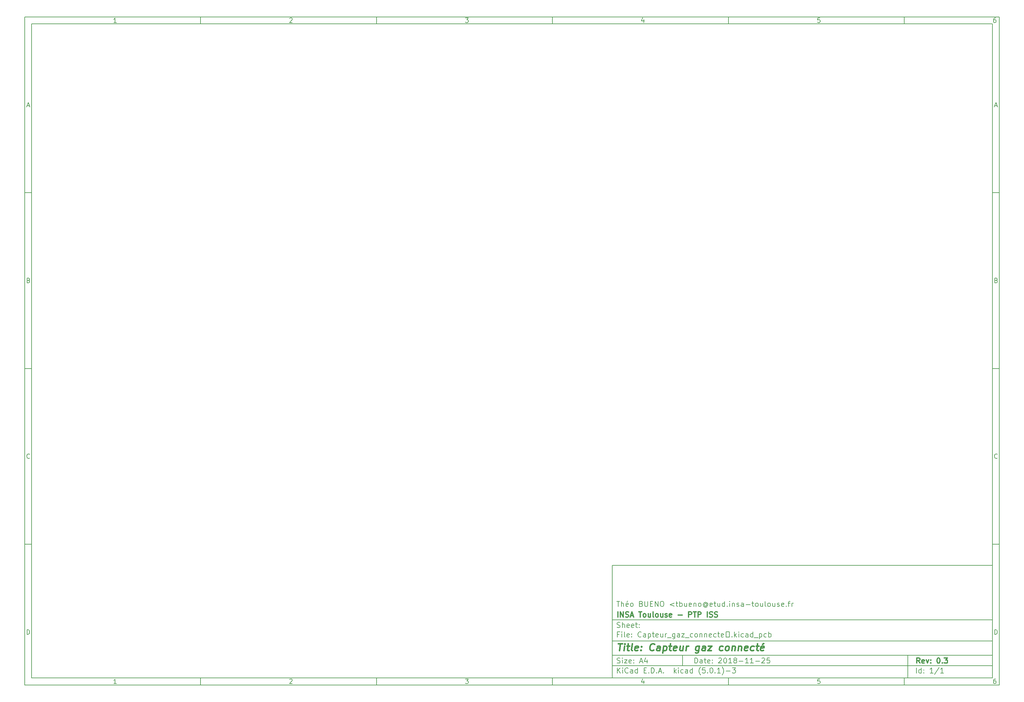
<source format=gbp>
G04 #@! TF.GenerationSoftware,KiCad,Pcbnew,(5.0.1)-3*
G04 #@! TF.CreationDate,2018-11-25T13:27:38+01:00*
G04 #@! TF.ProjectId,Capteur_gaz_connecte_,436170746575725F67617A5F636F6E6E,0.3*
G04 #@! TF.SameCoordinates,Original*
G04 #@! TF.FileFunction,Paste,Bot*
G04 #@! TF.FilePolarity,Positive*
%FSLAX46Y46*%
G04 Gerber Fmt 4.6, Leading zero omitted, Abs format (unit mm)*
G04 Created by KiCad (PCBNEW (5.0.1)-3) date 25/11/2018 13:27:38*
%MOMM*%
%LPD*%
G01*
G04 APERTURE LIST*
%ADD10C,0.100000*%
%ADD11C,0.150000*%
%ADD12C,0.300000*%
%ADD13C,0.400000*%
G04 APERTURE END LIST*
D10*
D11*
X177002200Y-166007200D02*
X177002200Y-198007200D01*
X285002200Y-198007200D01*
X285002200Y-166007200D01*
X177002200Y-166007200D01*
D10*
D11*
X10000000Y-10000000D02*
X10000000Y-200007200D01*
X287002200Y-200007200D01*
X287002200Y-10000000D01*
X10000000Y-10000000D01*
D10*
D11*
X12000000Y-12000000D02*
X12000000Y-198007200D01*
X285002200Y-198007200D01*
X285002200Y-12000000D01*
X12000000Y-12000000D01*
D10*
D11*
X60000000Y-12000000D02*
X60000000Y-10000000D01*
D10*
D11*
X110000000Y-12000000D02*
X110000000Y-10000000D01*
D10*
D11*
X160000000Y-12000000D02*
X160000000Y-10000000D01*
D10*
D11*
X210000000Y-12000000D02*
X210000000Y-10000000D01*
D10*
D11*
X260000000Y-12000000D02*
X260000000Y-10000000D01*
D10*
D11*
X36065476Y-11588095D02*
X35322619Y-11588095D01*
X35694047Y-11588095D02*
X35694047Y-10288095D01*
X35570238Y-10473809D01*
X35446428Y-10597619D01*
X35322619Y-10659523D01*
D10*
D11*
X85322619Y-10411904D02*
X85384523Y-10350000D01*
X85508333Y-10288095D01*
X85817857Y-10288095D01*
X85941666Y-10350000D01*
X86003571Y-10411904D01*
X86065476Y-10535714D01*
X86065476Y-10659523D01*
X86003571Y-10845238D01*
X85260714Y-11588095D01*
X86065476Y-11588095D01*
D10*
D11*
X135260714Y-10288095D02*
X136065476Y-10288095D01*
X135632142Y-10783333D01*
X135817857Y-10783333D01*
X135941666Y-10845238D01*
X136003571Y-10907142D01*
X136065476Y-11030952D01*
X136065476Y-11340476D01*
X136003571Y-11464285D01*
X135941666Y-11526190D01*
X135817857Y-11588095D01*
X135446428Y-11588095D01*
X135322619Y-11526190D01*
X135260714Y-11464285D01*
D10*
D11*
X185941666Y-10721428D02*
X185941666Y-11588095D01*
X185632142Y-10226190D02*
X185322619Y-11154761D01*
X186127380Y-11154761D01*
D10*
D11*
X236003571Y-10288095D02*
X235384523Y-10288095D01*
X235322619Y-10907142D01*
X235384523Y-10845238D01*
X235508333Y-10783333D01*
X235817857Y-10783333D01*
X235941666Y-10845238D01*
X236003571Y-10907142D01*
X236065476Y-11030952D01*
X236065476Y-11340476D01*
X236003571Y-11464285D01*
X235941666Y-11526190D01*
X235817857Y-11588095D01*
X235508333Y-11588095D01*
X235384523Y-11526190D01*
X235322619Y-11464285D01*
D10*
D11*
X285941666Y-10288095D02*
X285694047Y-10288095D01*
X285570238Y-10350000D01*
X285508333Y-10411904D01*
X285384523Y-10597619D01*
X285322619Y-10845238D01*
X285322619Y-11340476D01*
X285384523Y-11464285D01*
X285446428Y-11526190D01*
X285570238Y-11588095D01*
X285817857Y-11588095D01*
X285941666Y-11526190D01*
X286003571Y-11464285D01*
X286065476Y-11340476D01*
X286065476Y-11030952D01*
X286003571Y-10907142D01*
X285941666Y-10845238D01*
X285817857Y-10783333D01*
X285570238Y-10783333D01*
X285446428Y-10845238D01*
X285384523Y-10907142D01*
X285322619Y-11030952D01*
D10*
D11*
X60000000Y-198007200D02*
X60000000Y-200007200D01*
D10*
D11*
X110000000Y-198007200D02*
X110000000Y-200007200D01*
D10*
D11*
X160000000Y-198007200D02*
X160000000Y-200007200D01*
D10*
D11*
X210000000Y-198007200D02*
X210000000Y-200007200D01*
D10*
D11*
X260000000Y-198007200D02*
X260000000Y-200007200D01*
D10*
D11*
X36065476Y-199595295D02*
X35322619Y-199595295D01*
X35694047Y-199595295D02*
X35694047Y-198295295D01*
X35570238Y-198481009D01*
X35446428Y-198604819D01*
X35322619Y-198666723D01*
D10*
D11*
X85322619Y-198419104D02*
X85384523Y-198357200D01*
X85508333Y-198295295D01*
X85817857Y-198295295D01*
X85941666Y-198357200D01*
X86003571Y-198419104D01*
X86065476Y-198542914D01*
X86065476Y-198666723D01*
X86003571Y-198852438D01*
X85260714Y-199595295D01*
X86065476Y-199595295D01*
D10*
D11*
X135260714Y-198295295D02*
X136065476Y-198295295D01*
X135632142Y-198790533D01*
X135817857Y-198790533D01*
X135941666Y-198852438D01*
X136003571Y-198914342D01*
X136065476Y-199038152D01*
X136065476Y-199347676D01*
X136003571Y-199471485D01*
X135941666Y-199533390D01*
X135817857Y-199595295D01*
X135446428Y-199595295D01*
X135322619Y-199533390D01*
X135260714Y-199471485D01*
D10*
D11*
X185941666Y-198728628D02*
X185941666Y-199595295D01*
X185632142Y-198233390D02*
X185322619Y-199161961D01*
X186127380Y-199161961D01*
D10*
D11*
X236003571Y-198295295D02*
X235384523Y-198295295D01*
X235322619Y-198914342D01*
X235384523Y-198852438D01*
X235508333Y-198790533D01*
X235817857Y-198790533D01*
X235941666Y-198852438D01*
X236003571Y-198914342D01*
X236065476Y-199038152D01*
X236065476Y-199347676D01*
X236003571Y-199471485D01*
X235941666Y-199533390D01*
X235817857Y-199595295D01*
X235508333Y-199595295D01*
X235384523Y-199533390D01*
X235322619Y-199471485D01*
D10*
D11*
X285941666Y-198295295D02*
X285694047Y-198295295D01*
X285570238Y-198357200D01*
X285508333Y-198419104D01*
X285384523Y-198604819D01*
X285322619Y-198852438D01*
X285322619Y-199347676D01*
X285384523Y-199471485D01*
X285446428Y-199533390D01*
X285570238Y-199595295D01*
X285817857Y-199595295D01*
X285941666Y-199533390D01*
X286003571Y-199471485D01*
X286065476Y-199347676D01*
X286065476Y-199038152D01*
X286003571Y-198914342D01*
X285941666Y-198852438D01*
X285817857Y-198790533D01*
X285570238Y-198790533D01*
X285446428Y-198852438D01*
X285384523Y-198914342D01*
X285322619Y-199038152D01*
D10*
D11*
X10000000Y-60000000D02*
X12000000Y-60000000D01*
D10*
D11*
X10000000Y-110000000D02*
X12000000Y-110000000D01*
D10*
D11*
X10000000Y-160000000D02*
X12000000Y-160000000D01*
D10*
D11*
X10690476Y-35216666D02*
X11309523Y-35216666D01*
X10566666Y-35588095D02*
X11000000Y-34288095D01*
X11433333Y-35588095D01*
D10*
D11*
X11092857Y-84907142D02*
X11278571Y-84969047D01*
X11340476Y-85030952D01*
X11402380Y-85154761D01*
X11402380Y-85340476D01*
X11340476Y-85464285D01*
X11278571Y-85526190D01*
X11154761Y-85588095D01*
X10659523Y-85588095D01*
X10659523Y-84288095D01*
X11092857Y-84288095D01*
X11216666Y-84350000D01*
X11278571Y-84411904D01*
X11340476Y-84535714D01*
X11340476Y-84659523D01*
X11278571Y-84783333D01*
X11216666Y-84845238D01*
X11092857Y-84907142D01*
X10659523Y-84907142D01*
D10*
D11*
X11402380Y-135464285D02*
X11340476Y-135526190D01*
X11154761Y-135588095D01*
X11030952Y-135588095D01*
X10845238Y-135526190D01*
X10721428Y-135402380D01*
X10659523Y-135278571D01*
X10597619Y-135030952D01*
X10597619Y-134845238D01*
X10659523Y-134597619D01*
X10721428Y-134473809D01*
X10845238Y-134350000D01*
X11030952Y-134288095D01*
X11154761Y-134288095D01*
X11340476Y-134350000D01*
X11402380Y-134411904D01*
D10*
D11*
X10659523Y-185588095D02*
X10659523Y-184288095D01*
X10969047Y-184288095D01*
X11154761Y-184350000D01*
X11278571Y-184473809D01*
X11340476Y-184597619D01*
X11402380Y-184845238D01*
X11402380Y-185030952D01*
X11340476Y-185278571D01*
X11278571Y-185402380D01*
X11154761Y-185526190D01*
X10969047Y-185588095D01*
X10659523Y-185588095D01*
D10*
D11*
X287002200Y-60000000D02*
X285002200Y-60000000D01*
D10*
D11*
X287002200Y-110000000D02*
X285002200Y-110000000D01*
D10*
D11*
X287002200Y-160000000D02*
X285002200Y-160000000D01*
D10*
D11*
X285692676Y-35216666D02*
X286311723Y-35216666D01*
X285568866Y-35588095D02*
X286002200Y-34288095D01*
X286435533Y-35588095D01*
D10*
D11*
X286095057Y-84907142D02*
X286280771Y-84969047D01*
X286342676Y-85030952D01*
X286404580Y-85154761D01*
X286404580Y-85340476D01*
X286342676Y-85464285D01*
X286280771Y-85526190D01*
X286156961Y-85588095D01*
X285661723Y-85588095D01*
X285661723Y-84288095D01*
X286095057Y-84288095D01*
X286218866Y-84350000D01*
X286280771Y-84411904D01*
X286342676Y-84535714D01*
X286342676Y-84659523D01*
X286280771Y-84783333D01*
X286218866Y-84845238D01*
X286095057Y-84907142D01*
X285661723Y-84907142D01*
D10*
D11*
X286404580Y-135464285D02*
X286342676Y-135526190D01*
X286156961Y-135588095D01*
X286033152Y-135588095D01*
X285847438Y-135526190D01*
X285723628Y-135402380D01*
X285661723Y-135278571D01*
X285599819Y-135030952D01*
X285599819Y-134845238D01*
X285661723Y-134597619D01*
X285723628Y-134473809D01*
X285847438Y-134350000D01*
X286033152Y-134288095D01*
X286156961Y-134288095D01*
X286342676Y-134350000D01*
X286404580Y-134411904D01*
D10*
D11*
X285661723Y-185588095D02*
X285661723Y-184288095D01*
X285971247Y-184288095D01*
X286156961Y-184350000D01*
X286280771Y-184473809D01*
X286342676Y-184597619D01*
X286404580Y-184845238D01*
X286404580Y-185030952D01*
X286342676Y-185278571D01*
X286280771Y-185402380D01*
X286156961Y-185526190D01*
X285971247Y-185588095D01*
X285661723Y-185588095D01*
D10*
D11*
X200434342Y-193785771D02*
X200434342Y-192285771D01*
X200791485Y-192285771D01*
X201005771Y-192357200D01*
X201148628Y-192500057D01*
X201220057Y-192642914D01*
X201291485Y-192928628D01*
X201291485Y-193142914D01*
X201220057Y-193428628D01*
X201148628Y-193571485D01*
X201005771Y-193714342D01*
X200791485Y-193785771D01*
X200434342Y-193785771D01*
X202577200Y-193785771D02*
X202577200Y-193000057D01*
X202505771Y-192857200D01*
X202362914Y-192785771D01*
X202077200Y-192785771D01*
X201934342Y-192857200D01*
X202577200Y-193714342D02*
X202434342Y-193785771D01*
X202077200Y-193785771D01*
X201934342Y-193714342D01*
X201862914Y-193571485D01*
X201862914Y-193428628D01*
X201934342Y-193285771D01*
X202077200Y-193214342D01*
X202434342Y-193214342D01*
X202577200Y-193142914D01*
X203077200Y-192785771D02*
X203648628Y-192785771D01*
X203291485Y-192285771D02*
X203291485Y-193571485D01*
X203362914Y-193714342D01*
X203505771Y-193785771D01*
X203648628Y-193785771D01*
X204720057Y-193714342D02*
X204577200Y-193785771D01*
X204291485Y-193785771D01*
X204148628Y-193714342D01*
X204077200Y-193571485D01*
X204077200Y-193000057D01*
X204148628Y-192857200D01*
X204291485Y-192785771D01*
X204577200Y-192785771D01*
X204720057Y-192857200D01*
X204791485Y-193000057D01*
X204791485Y-193142914D01*
X204077200Y-193285771D01*
X205434342Y-193642914D02*
X205505771Y-193714342D01*
X205434342Y-193785771D01*
X205362914Y-193714342D01*
X205434342Y-193642914D01*
X205434342Y-193785771D01*
X205434342Y-192857200D02*
X205505771Y-192928628D01*
X205434342Y-193000057D01*
X205362914Y-192928628D01*
X205434342Y-192857200D01*
X205434342Y-193000057D01*
X207220057Y-192428628D02*
X207291485Y-192357200D01*
X207434342Y-192285771D01*
X207791485Y-192285771D01*
X207934342Y-192357200D01*
X208005771Y-192428628D01*
X208077200Y-192571485D01*
X208077200Y-192714342D01*
X208005771Y-192928628D01*
X207148628Y-193785771D01*
X208077200Y-193785771D01*
X209005771Y-192285771D02*
X209148628Y-192285771D01*
X209291485Y-192357200D01*
X209362914Y-192428628D01*
X209434342Y-192571485D01*
X209505771Y-192857200D01*
X209505771Y-193214342D01*
X209434342Y-193500057D01*
X209362914Y-193642914D01*
X209291485Y-193714342D01*
X209148628Y-193785771D01*
X209005771Y-193785771D01*
X208862914Y-193714342D01*
X208791485Y-193642914D01*
X208720057Y-193500057D01*
X208648628Y-193214342D01*
X208648628Y-192857200D01*
X208720057Y-192571485D01*
X208791485Y-192428628D01*
X208862914Y-192357200D01*
X209005771Y-192285771D01*
X210934342Y-193785771D02*
X210077200Y-193785771D01*
X210505771Y-193785771D02*
X210505771Y-192285771D01*
X210362914Y-192500057D01*
X210220057Y-192642914D01*
X210077200Y-192714342D01*
X211791485Y-192928628D02*
X211648628Y-192857200D01*
X211577200Y-192785771D01*
X211505771Y-192642914D01*
X211505771Y-192571485D01*
X211577200Y-192428628D01*
X211648628Y-192357200D01*
X211791485Y-192285771D01*
X212077200Y-192285771D01*
X212220057Y-192357200D01*
X212291485Y-192428628D01*
X212362914Y-192571485D01*
X212362914Y-192642914D01*
X212291485Y-192785771D01*
X212220057Y-192857200D01*
X212077200Y-192928628D01*
X211791485Y-192928628D01*
X211648628Y-193000057D01*
X211577200Y-193071485D01*
X211505771Y-193214342D01*
X211505771Y-193500057D01*
X211577200Y-193642914D01*
X211648628Y-193714342D01*
X211791485Y-193785771D01*
X212077200Y-193785771D01*
X212220057Y-193714342D01*
X212291485Y-193642914D01*
X212362914Y-193500057D01*
X212362914Y-193214342D01*
X212291485Y-193071485D01*
X212220057Y-193000057D01*
X212077200Y-192928628D01*
X213005771Y-193214342D02*
X214148628Y-193214342D01*
X215648628Y-193785771D02*
X214791485Y-193785771D01*
X215220057Y-193785771D02*
X215220057Y-192285771D01*
X215077200Y-192500057D01*
X214934342Y-192642914D01*
X214791485Y-192714342D01*
X217077200Y-193785771D02*
X216220057Y-193785771D01*
X216648628Y-193785771D02*
X216648628Y-192285771D01*
X216505771Y-192500057D01*
X216362914Y-192642914D01*
X216220057Y-192714342D01*
X217720057Y-193214342D02*
X218862914Y-193214342D01*
X219505771Y-192428628D02*
X219577200Y-192357200D01*
X219720057Y-192285771D01*
X220077200Y-192285771D01*
X220220057Y-192357200D01*
X220291485Y-192428628D01*
X220362914Y-192571485D01*
X220362914Y-192714342D01*
X220291485Y-192928628D01*
X219434342Y-193785771D01*
X220362914Y-193785771D01*
X221720057Y-192285771D02*
X221005771Y-192285771D01*
X220934342Y-193000057D01*
X221005771Y-192928628D01*
X221148628Y-192857200D01*
X221505771Y-192857200D01*
X221648628Y-192928628D01*
X221720057Y-193000057D01*
X221791485Y-193142914D01*
X221791485Y-193500057D01*
X221720057Y-193642914D01*
X221648628Y-193714342D01*
X221505771Y-193785771D01*
X221148628Y-193785771D01*
X221005771Y-193714342D01*
X220934342Y-193642914D01*
D10*
D11*
X177002200Y-194507200D02*
X285002200Y-194507200D01*
D10*
D11*
X178434342Y-196585771D02*
X178434342Y-195085771D01*
X179291485Y-196585771D02*
X178648628Y-195728628D01*
X179291485Y-195085771D02*
X178434342Y-195942914D01*
X179934342Y-196585771D02*
X179934342Y-195585771D01*
X179934342Y-195085771D02*
X179862914Y-195157200D01*
X179934342Y-195228628D01*
X180005771Y-195157200D01*
X179934342Y-195085771D01*
X179934342Y-195228628D01*
X181505771Y-196442914D02*
X181434342Y-196514342D01*
X181220057Y-196585771D01*
X181077200Y-196585771D01*
X180862914Y-196514342D01*
X180720057Y-196371485D01*
X180648628Y-196228628D01*
X180577200Y-195942914D01*
X180577200Y-195728628D01*
X180648628Y-195442914D01*
X180720057Y-195300057D01*
X180862914Y-195157200D01*
X181077200Y-195085771D01*
X181220057Y-195085771D01*
X181434342Y-195157200D01*
X181505771Y-195228628D01*
X182791485Y-196585771D02*
X182791485Y-195800057D01*
X182720057Y-195657200D01*
X182577200Y-195585771D01*
X182291485Y-195585771D01*
X182148628Y-195657200D01*
X182791485Y-196514342D02*
X182648628Y-196585771D01*
X182291485Y-196585771D01*
X182148628Y-196514342D01*
X182077200Y-196371485D01*
X182077200Y-196228628D01*
X182148628Y-196085771D01*
X182291485Y-196014342D01*
X182648628Y-196014342D01*
X182791485Y-195942914D01*
X184148628Y-196585771D02*
X184148628Y-195085771D01*
X184148628Y-196514342D02*
X184005771Y-196585771D01*
X183720057Y-196585771D01*
X183577200Y-196514342D01*
X183505771Y-196442914D01*
X183434342Y-196300057D01*
X183434342Y-195871485D01*
X183505771Y-195728628D01*
X183577200Y-195657200D01*
X183720057Y-195585771D01*
X184005771Y-195585771D01*
X184148628Y-195657200D01*
X186005771Y-195800057D02*
X186505771Y-195800057D01*
X186720057Y-196585771D02*
X186005771Y-196585771D01*
X186005771Y-195085771D01*
X186720057Y-195085771D01*
X187362914Y-196442914D02*
X187434342Y-196514342D01*
X187362914Y-196585771D01*
X187291485Y-196514342D01*
X187362914Y-196442914D01*
X187362914Y-196585771D01*
X188077200Y-196585771D02*
X188077200Y-195085771D01*
X188434342Y-195085771D01*
X188648628Y-195157200D01*
X188791485Y-195300057D01*
X188862914Y-195442914D01*
X188934342Y-195728628D01*
X188934342Y-195942914D01*
X188862914Y-196228628D01*
X188791485Y-196371485D01*
X188648628Y-196514342D01*
X188434342Y-196585771D01*
X188077200Y-196585771D01*
X189577200Y-196442914D02*
X189648628Y-196514342D01*
X189577200Y-196585771D01*
X189505771Y-196514342D01*
X189577200Y-196442914D01*
X189577200Y-196585771D01*
X190220057Y-196157200D02*
X190934342Y-196157200D01*
X190077200Y-196585771D02*
X190577200Y-195085771D01*
X191077200Y-196585771D01*
X191577200Y-196442914D02*
X191648628Y-196514342D01*
X191577200Y-196585771D01*
X191505771Y-196514342D01*
X191577200Y-196442914D01*
X191577200Y-196585771D01*
X194577200Y-196585771D02*
X194577200Y-195085771D01*
X194720057Y-196014342D02*
X195148628Y-196585771D01*
X195148628Y-195585771D02*
X194577200Y-196157200D01*
X195791485Y-196585771D02*
X195791485Y-195585771D01*
X195791485Y-195085771D02*
X195720057Y-195157200D01*
X195791485Y-195228628D01*
X195862914Y-195157200D01*
X195791485Y-195085771D01*
X195791485Y-195228628D01*
X197148628Y-196514342D02*
X197005771Y-196585771D01*
X196720057Y-196585771D01*
X196577200Y-196514342D01*
X196505771Y-196442914D01*
X196434342Y-196300057D01*
X196434342Y-195871485D01*
X196505771Y-195728628D01*
X196577200Y-195657200D01*
X196720057Y-195585771D01*
X197005771Y-195585771D01*
X197148628Y-195657200D01*
X198434342Y-196585771D02*
X198434342Y-195800057D01*
X198362914Y-195657200D01*
X198220057Y-195585771D01*
X197934342Y-195585771D01*
X197791485Y-195657200D01*
X198434342Y-196514342D02*
X198291485Y-196585771D01*
X197934342Y-196585771D01*
X197791485Y-196514342D01*
X197720057Y-196371485D01*
X197720057Y-196228628D01*
X197791485Y-196085771D01*
X197934342Y-196014342D01*
X198291485Y-196014342D01*
X198434342Y-195942914D01*
X199791485Y-196585771D02*
X199791485Y-195085771D01*
X199791485Y-196514342D02*
X199648628Y-196585771D01*
X199362914Y-196585771D01*
X199220057Y-196514342D01*
X199148628Y-196442914D01*
X199077200Y-196300057D01*
X199077200Y-195871485D01*
X199148628Y-195728628D01*
X199220057Y-195657200D01*
X199362914Y-195585771D01*
X199648628Y-195585771D01*
X199791485Y-195657200D01*
X202077200Y-197157200D02*
X202005771Y-197085771D01*
X201862914Y-196871485D01*
X201791485Y-196728628D01*
X201720057Y-196514342D01*
X201648628Y-196157200D01*
X201648628Y-195871485D01*
X201720057Y-195514342D01*
X201791485Y-195300057D01*
X201862914Y-195157200D01*
X202005771Y-194942914D01*
X202077200Y-194871485D01*
X203362914Y-195085771D02*
X202648628Y-195085771D01*
X202577200Y-195800057D01*
X202648628Y-195728628D01*
X202791485Y-195657200D01*
X203148628Y-195657200D01*
X203291485Y-195728628D01*
X203362914Y-195800057D01*
X203434342Y-195942914D01*
X203434342Y-196300057D01*
X203362914Y-196442914D01*
X203291485Y-196514342D01*
X203148628Y-196585771D01*
X202791485Y-196585771D01*
X202648628Y-196514342D01*
X202577200Y-196442914D01*
X204077200Y-196442914D02*
X204148628Y-196514342D01*
X204077200Y-196585771D01*
X204005771Y-196514342D01*
X204077200Y-196442914D01*
X204077200Y-196585771D01*
X205077200Y-195085771D02*
X205220057Y-195085771D01*
X205362914Y-195157200D01*
X205434342Y-195228628D01*
X205505771Y-195371485D01*
X205577200Y-195657200D01*
X205577200Y-196014342D01*
X205505771Y-196300057D01*
X205434342Y-196442914D01*
X205362914Y-196514342D01*
X205220057Y-196585771D01*
X205077200Y-196585771D01*
X204934342Y-196514342D01*
X204862914Y-196442914D01*
X204791485Y-196300057D01*
X204720057Y-196014342D01*
X204720057Y-195657200D01*
X204791485Y-195371485D01*
X204862914Y-195228628D01*
X204934342Y-195157200D01*
X205077200Y-195085771D01*
X206220057Y-196442914D02*
X206291485Y-196514342D01*
X206220057Y-196585771D01*
X206148628Y-196514342D01*
X206220057Y-196442914D01*
X206220057Y-196585771D01*
X207720057Y-196585771D02*
X206862914Y-196585771D01*
X207291485Y-196585771D02*
X207291485Y-195085771D01*
X207148628Y-195300057D01*
X207005771Y-195442914D01*
X206862914Y-195514342D01*
X208220057Y-197157200D02*
X208291485Y-197085771D01*
X208434342Y-196871485D01*
X208505771Y-196728628D01*
X208577200Y-196514342D01*
X208648628Y-196157200D01*
X208648628Y-195871485D01*
X208577200Y-195514342D01*
X208505771Y-195300057D01*
X208434342Y-195157200D01*
X208291485Y-194942914D01*
X208220057Y-194871485D01*
X209362914Y-196014342D02*
X210505771Y-196014342D01*
X211077200Y-195085771D02*
X212005771Y-195085771D01*
X211505771Y-195657200D01*
X211720057Y-195657200D01*
X211862914Y-195728628D01*
X211934342Y-195800057D01*
X212005771Y-195942914D01*
X212005771Y-196300057D01*
X211934342Y-196442914D01*
X211862914Y-196514342D01*
X211720057Y-196585771D01*
X211291485Y-196585771D01*
X211148628Y-196514342D01*
X211077200Y-196442914D01*
D10*
D11*
X177002200Y-191507200D02*
X285002200Y-191507200D01*
D10*
D12*
X264411485Y-193785771D02*
X263911485Y-193071485D01*
X263554342Y-193785771D02*
X263554342Y-192285771D01*
X264125771Y-192285771D01*
X264268628Y-192357200D01*
X264340057Y-192428628D01*
X264411485Y-192571485D01*
X264411485Y-192785771D01*
X264340057Y-192928628D01*
X264268628Y-193000057D01*
X264125771Y-193071485D01*
X263554342Y-193071485D01*
X265625771Y-193714342D02*
X265482914Y-193785771D01*
X265197200Y-193785771D01*
X265054342Y-193714342D01*
X264982914Y-193571485D01*
X264982914Y-193000057D01*
X265054342Y-192857200D01*
X265197200Y-192785771D01*
X265482914Y-192785771D01*
X265625771Y-192857200D01*
X265697200Y-193000057D01*
X265697200Y-193142914D01*
X264982914Y-193285771D01*
X266197200Y-192785771D02*
X266554342Y-193785771D01*
X266911485Y-192785771D01*
X267482914Y-193642914D02*
X267554342Y-193714342D01*
X267482914Y-193785771D01*
X267411485Y-193714342D01*
X267482914Y-193642914D01*
X267482914Y-193785771D01*
X267482914Y-192857200D02*
X267554342Y-192928628D01*
X267482914Y-193000057D01*
X267411485Y-192928628D01*
X267482914Y-192857200D01*
X267482914Y-193000057D01*
X269625771Y-192285771D02*
X269768628Y-192285771D01*
X269911485Y-192357200D01*
X269982914Y-192428628D01*
X270054342Y-192571485D01*
X270125771Y-192857200D01*
X270125771Y-193214342D01*
X270054342Y-193500057D01*
X269982914Y-193642914D01*
X269911485Y-193714342D01*
X269768628Y-193785771D01*
X269625771Y-193785771D01*
X269482914Y-193714342D01*
X269411485Y-193642914D01*
X269340057Y-193500057D01*
X269268628Y-193214342D01*
X269268628Y-192857200D01*
X269340057Y-192571485D01*
X269411485Y-192428628D01*
X269482914Y-192357200D01*
X269625771Y-192285771D01*
X270768628Y-193642914D02*
X270840057Y-193714342D01*
X270768628Y-193785771D01*
X270697200Y-193714342D01*
X270768628Y-193642914D01*
X270768628Y-193785771D01*
X271340057Y-192285771D02*
X272268628Y-192285771D01*
X271768628Y-192857200D01*
X271982914Y-192857200D01*
X272125771Y-192928628D01*
X272197200Y-193000057D01*
X272268628Y-193142914D01*
X272268628Y-193500057D01*
X272197200Y-193642914D01*
X272125771Y-193714342D01*
X271982914Y-193785771D01*
X271554342Y-193785771D01*
X271411485Y-193714342D01*
X271340057Y-193642914D01*
D10*
D11*
X178362914Y-193714342D02*
X178577200Y-193785771D01*
X178934342Y-193785771D01*
X179077200Y-193714342D01*
X179148628Y-193642914D01*
X179220057Y-193500057D01*
X179220057Y-193357200D01*
X179148628Y-193214342D01*
X179077200Y-193142914D01*
X178934342Y-193071485D01*
X178648628Y-193000057D01*
X178505771Y-192928628D01*
X178434342Y-192857200D01*
X178362914Y-192714342D01*
X178362914Y-192571485D01*
X178434342Y-192428628D01*
X178505771Y-192357200D01*
X178648628Y-192285771D01*
X179005771Y-192285771D01*
X179220057Y-192357200D01*
X179862914Y-193785771D02*
X179862914Y-192785771D01*
X179862914Y-192285771D02*
X179791485Y-192357200D01*
X179862914Y-192428628D01*
X179934342Y-192357200D01*
X179862914Y-192285771D01*
X179862914Y-192428628D01*
X180434342Y-192785771D02*
X181220057Y-192785771D01*
X180434342Y-193785771D01*
X181220057Y-193785771D01*
X182362914Y-193714342D02*
X182220057Y-193785771D01*
X181934342Y-193785771D01*
X181791485Y-193714342D01*
X181720057Y-193571485D01*
X181720057Y-193000057D01*
X181791485Y-192857200D01*
X181934342Y-192785771D01*
X182220057Y-192785771D01*
X182362914Y-192857200D01*
X182434342Y-193000057D01*
X182434342Y-193142914D01*
X181720057Y-193285771D01*
X183077200Y-193642914D02*
X183148628Y-193714342D01*
X183077200Y-193785771D01*
X183005771Y-193714342D01*
X183077200Y-193642914D01*
X183077200Y-193785771D01*
X183077200Y-192857200D02*
X183148628Y-192928628D01*
X183077200Y-193000057D01*
X183005771Y-192928628D01*
X183077200Y-192857200D01*
X183077200Y-193000057D01*
X184862914Y-193357200D02*
X185577200Y-193357200D01*
X184720057Y-193785771D02*
X185220057Y-192285771D01*
X185720057Y-193785771D01*
X186862914Y-192785771D02*
X186862914Y-193785771D01*
X186505771Y-192214342D02*
X186148628Y-193285771D01*
X187077200Y-193285771D01*
D10*
D11*
X263434342Y-196585771D02*
X263434342Y-195085771D01*
X264791485Y-196585771D02*
X264791485Y-195085771D01*
X264791485Y-196514342D02*
X264648628Y-196585771D01*
X264362914Y-196585771D01*
X264220057Y-196514342D01*
X264148628Y-196442914D01*
X264077200Y-196300057D01*
X264077200Y-195871485D01*
X264148628Y-195728628D01*
X264220057Y-195657200D01*
X264362914Y-195585771D01*
X264648628Y-195585771D01*
X264791485Y-195657200D01*
X265505771Y-196442914D02*
X265577200Y-196514342D01*
X265505771Y-196585771D01*
X265434342Y-196514342D01*
X265505771Y-196442914D01*
X265505771Y-196585771D01*
X265505771Y-195657200D02*
X265577200Y-195728628D01*
X265505771Y-195800057D01*
X265434342Y-195728628D01*
X265505771Y-195657200D01*
X265505771Y-195800057D01*
X268148628Y-196585771D02*
X267291485Y-196585771D01*
X267720057Y-196585771D02*
X267720057Y-195085771D01*
X267577200Y-195300057D01*
X267434342Y-195442914D01*
X267291485Y-195514342D01*
X269862914Y-195014342D02*
X268577200Y-196942914D01*
X271148628Y-196585771D02*
X270291485Y-196585771D01*
X270720057Y-196585771D02*
X270720057Y-195085771D01*
X270577200Y-195300057D01*
X270434342Y-195442914D01*
X270291485Y-195514342D01*
D10*
D11*
X177002200Y-187507200D02*
X285002200Y-187507200D01*
D10*
D13*
X178714580Y-188211961D02*
X179857438Y-188211961D01*
X179036009Y-190211961D02*
X179286009Y-188211961D01*
X180274104Y-190211961D02*
X180440771Y-188878628D01*
X180524104Y-188211961D02*
X180416961Y-188307200D01*
X180500295Y-188402438D01*
X180607438Y-188307200D01*
X180524104Y-188211961D01*
X180500295Y-188402438D01*
X181107438Y-188878628D02*
X181869342Y-188878628D01*
X181476485Y-188211961D02*
X181262200Y-189926247D01*
X181333628Y-190116723D01*
X181512200Y-190211961D01*
X181702676Y-190211961D01*
X182655057Y-190211961D02*
X182476485Y-190116723D01*
X182405057Y-189926247D01*
X182619342Y-188211961D01*
X184190771Y-190116723D02*
X183988390Y-190211961D01*
X183607438Y-190211961D01*
X183428866Y-190116723D01*
X183357438Y-189926247D01*
X183452676Y-189164342D01*
X183571723Y-188973866D01*
X183774104Y-188878628D01*
X184155057Y-188878628D01*
X184333628Y-188973866D01*
X184405057Y-189164342D01*
X184381247Y-189354819D01*
X183405057Y-189545295D01*
X185155057Y-190021485D02*
X185238390Y-190116723D01*
X185131247Y-190211961D01*
X185047914Y-190116723D01*
X185155057Y-190021485D01*
X185131247Y-190211961D01*
X185286009Y-188973866D02*
X185369342Y-189069104D01*
X185262200Y-189164342D01*
X185178866Y-189069104D01*
X185286009Y-188973866D01*
X185262200Y-189164342D01*
X188774104Y-190021485D02*
X188666961Y-190116723D01*
X188369342Y-190211961D01*
X188178866Y-190211961D01*
X187905057Y-190116723D01*
X187738390Y-189926247D01*
X187666961Y-189735771D01*
X187619342Y-189354819D01*
X187655057Y-189069104D01*
X187797914Y-188688152D01*
X187916961Y-188497676D01*
X188131247Y-188307200D01*
X188428866Y-188211961D01*
X188619342Y-188211961D01*
X188893152Y-188307200D01*
X188976485Y-188402438D01*
X190464580Y-190211961D02*
X190595533Y-189164342D01*
X190524104Y-188973866D01*
X190345533Y-188878628D01*
X189964580Y-188878628D01*
X189762200Y-188973866D01*
X190476485Y-190116723D02*
X190274104Y-190211961D01*
X189797914Y-190211961D01*
X189619342Y-190116723D01*
X189547914Y-189926247D01*
X189571723Y-189735771D01*
X189690771Y-189545295D01*
X189893152Y-189450057D01*
X190369342Y-189450057D01*
X190571723Y-189354819D01*
X191583628Y-188878628D02*
X191333628Y-190878628D01*
X191571723Y-188973866D02*
X191774104Y-188878628D01*
X192155057Y-188878628D01*
X192333628Y-188973866D01*
X192416961Y-189069104D01*
X192488390Y-189259580D01*
X192416961Y-189831009D01*
X192297914Y-190021485D01*
X192190771Y-190116723D01*
X191988390Y-190211961D01*
X191607438Y-190211961D01*
X191428866Y-190116723D01*
X193107438Y-188878628D02*
X193869342Y-188878628D01*
X193476485Y-188211961D02*
X193262200Y-189926247D01*
X193333628Y-190116723D01*
X193512200Y-190211961D01*
X193702676Y-190211961D01*
X195143152Y-190116723D02*
X194940771Y-190211961D01*
X194559819Y-190211961D01*
X194381247Y-190116723D01*
X194309819Y-189926247D01*
X194405057Y-189164342D01*
X194524104Y-188973866D01*
X194726485Y-188878628D01*
X195107438Y-188878628D01*
X195286009Y-188973866D01*
X195357438Y-189164342D01*
X195333628Y-189354819D01*
X194357438Y-189545295D01*
X197107438Y-188878628D02*
X196940771Y-190211961D01*
X196250295Y-188878628D02*
X196119342Y-189926247D01*
X196190771Y-190116723D01*
X196369342Y-190211961D01*
X196655057Y-190211961D01*
X196857438Y-190116723D01*
X196964580Y-190021485D01*
X197893152Y-190211961D02*
X198059819Y-188878628D01*
X198012200Y-189259580D02*
X198131247Y-189069104D01*
X198238390Y-188973866D01*
X198440771Y-188878628D01*
X198631247Y-188878628D01*
X201678866Y-188878628D02*
X201476485Y-190497676D01*
X201357438Y-190688152D01*
X201250295Y-190783390D01*
X201047914Y-190878628D01*
X200762200Y-190878628D01*
X200583628Y-190783390D01*
X201524104Y-190116723D02*
X201321723Y-190211961D01*
X200940771Y-190211961D01*
X200762200Y-190116723D01*
X200678866Y-190021485D01*
X200607438Y-189831009D01*
X200678866Y-189259580D01*
X200797914Y-189069104D01*
X200905057Y-188973866D01*
X201107438Y-188878628D01*
X201488390Y-188878628D01*
X201666961Y-188973866D01*
X203321723Y-190211961D02*
X203452676Y-189164342D01*
X203381247Y-188973866D01*
X203202676Y-188878628D01*
X202821723Y-188878628D01*
X202619342Y-188973866D01*
X203333628Y-190116723D02*
X203131247Y-190211961D01*
X202655057Y-190211961D01*
X202476485Y-190116723D01*
X202405057Y-189926247D01*
X202428866Y-189735771D01*
X202547914Y-189545295D01*
X202750295Y-189450057D01*
X203226485Y-189450057D01*
X203428866Y-189354819D01*
X204250295Y-188878628D02*
X205297914Y-188878628D01*
X204083628Y-190211961D01*
X205131247Y-190211961D01*
X208286009Y-190116723D02*
X208083628Y-190211961D01*
X207702676Y-190211961D01*
X207524104Y-190116723D01*
X207440771Y-190021485D01*
X207369342Y-189831009D01*
X207440771Y-189259580D01*
X207559819Y-189069104D01*
X207666961Y-188973866D01*
X207869342Y-188878628D01*
X208250295Y-188878628D01*
X208428866Y-188973866D01*
X209416961Y-190211961D02*
X209238390Y-190116723D01*
X209155057Y-190021485D01*
X209083628Y-189831009D01*
X209155057Y-189259580D01*
X209274104Y-189069104D01*
X209381247Y-188973866D01*
X209583628Y-188878628D01*
X209869342Y-188878628D01*
X210047914Y-188973866D01*
X210131247Y-189069104D01*
X210202676Y-189259580D01*
X210131247Y-189831009D01*
X210012200Y-190021485D01*
X209905057Y-190116723D01*
X209702676Y-190211961D01*
X209416961Y-190211961D01*
X211107438Y-188878628D02*
X210940771Y-190211961D01*
X211083628Y-189069104D02*
X211190771Y-188973866D01*
X211393152Y-188878628D01*
X211678866Y-188878628D01*
X211857438Y-188973866D01*
X211928866Y-189164342D01*
X211797914Y-190211961D01*
X212916961Y-188878628D02*
X212750295Y-190211961D01*
X212893152Y-189069104D02*
X213000295Y-188973866D01*
X213202676Y-188878628D01*
X213488390Y-188878628D01*
X213666961Y-188973866D01*
X213738390Y-189164342D01*
X213607438Y-190211961D01*
X215333628Y-190116723D02*
X215131247Y-190211961D01*
X214750295Y-190211961D01*
X214571723Y-190116723D01*
X214500295Y-189926247D01*
X214595533Y-189164342D01*
X214714580Y-188973866D01*
X214916961Y-188878628D01*
X215297914Y-188878628D01*
X215476485Y-188973866D01*
X215547914Y-189164342D01*
X215524104Y-189354819D01*
X214547914Y-189545295D01*
X217143152Y-190116723D02*
X216940771Y-190211961D01*
X216559819Y-190211961D01*
X216381247Y-190116723D01*
X216297914Y-190021485D01*
X216226485Y-189831009D01*
X216297914Y-189259580D01*
X216416961Y-189069104D01*
X216524104Y-188973866D01*
X216726485Y-188878628D01*
X217107438Y-188878628D01*
X217286009Y-188973866D01*
X217869342Y-188878628D02*
X218631247Y-188878628D01*
X218238390Y-188211961D02*
X218024104Y-189926247D01*
X218095533Y-190116723D01*
X218274104Y-190211961D01*
X218464580Y-190211961D01*
X219905057Y-190116723D02*
X219702676Y-190211961D01*
X219321723Y-190211961D01*
X219143152Y-190116723D01*
X219071723Y-189926247D01*
X219166961Y-189164342D01*
X219286009Y-188973866D01*
X219488390Y-188878628D01*
X219869342Y-188878628D01*
X220047914Y-188973866D01*
X220119342Y-189164342D01*
X220095533Y-189354819D01*
X219119342Y-189545295D01*
X219964580Y-188116723D02*
X219643152Y-188402438D01*
D10*
D11*
X178934342Y-185600057D02*
X178434342Y-185600057D01*
X178434342Y-186385771D02*
X178434342Y-184885771D01*
X179148628Y-184885771D01*
X179720057Y-186385771D02*
X179720057Y-185385771D01*
X179720057Y-184885771D02*
X179648628Y-184957200D01*
X179720057Y-185028628D01*
X179791485Y-184957200D01*
X179720057Y-184885771D01*
X179720057Y-185028628D01*
X180648628Y-186385771D02*
X180505771Y-186314342D01*
X180434342Y-186171485D01*
X180434342Y-184885771D01*
X181791485Y-186314342D02*
X181648628Y-186385771D01*
X181362914Y-186385771D01*
X181220057Y-186314342D01*
X181148628Y-186171485D01*
X181148628Y-185600057D01*
X181220057Y-185457200D01*
X181362914Y-185385771D01*
X181648628Y-185385771D01*
X181791485Y-185457200D01*
X181862914Y-185600057D01*
X181862914Y-185742914D01*
X181148628Y-185885771D01*
X182505771Y-186242914D02*
X182577200Y-186314342D01*
X182505771Y-186385771D01*
X182434342Y-186314342D01*
X182505771Y-186242914D01*
X182505771Y-186385771D01*
X182505771Y-185457200D02*
X182577200Y-185528628D01*
X182505771Y-185600057D01*
X182434342Y-185528628D01*
X182505771Y-185457200D01*
X182505771Y-185600057D01*
X185220057Y-186242914D02*
X185148628Y-186314342D01*
X184934342Y-186385771D01*
X184791485Y-186385771D01*
X184577200Y-186314342D01*
X184434342Y-186171485D01*
X184362914Y-186028628D01*
X184291485Y-185742914D01*
X184291485Y-185528628D01*
X184362914Y-185242914D01*
X184434342Y-185100057D01*
X184577200Y-184957200D01*
X184791485Y-184885771D01*
X184934342Y-184885771D01*
X185148628Y-184957200D01*
X185220057Y-185028628D01*
X186505771Y-186385771D02*
X186505771Y-185600057D01*
X186434342Y-185457200D01*
X186291485Y-185385771D01*
X186005771Y-185385771D01*
X185862914Y-185457200D01*
X186505771Y-186314342D02*
X186362914Y-186385771D01*
X186005771Y-186385771D01*
X185862914Y-186314342D01*
X185791485Y-186171485D01*
X185791485Y-186028628D01*
X185862914Y-185885771D01*
X186005771Y-185814342D01*
X186362914Y-185814342D01*
X186505771Y-185742914D01*
X187220057Y-185385771D02*
X187220057Y-186885771D01*
X187220057Y-185457200D02*
X187362914Y-185385771D01*
X187648628Y-185385771D01*
X187791485Y-185457200D01*
X187862914Y-185528628D01*
X187934342Y-185671485D01*
X187934342Y-186100057D01*
X187862914Y-186242914D01*
X187791485Y-186314342D01*
X187648628Y-186385771D01*
X187362914Y-186385771D01*
X187220057Y-186314342D01*
X188362914Y-185385771D02*
X188934342Y-185385771D01*
X188577200Y-184885771D02*
X188577200Y-186171485D01*
X188648628Y-186314342D01*
X188791485Y-186385771D01*
X188934342Y-186385771D01*
X190005771Y-186314342D02*
X189862914Y-186385771D01*
X189577200Y-186385771D01*
X189434342Y-186314342D01*
X189362914Y-186171485D01*
X189362914Y-185600057D01*
X189434342Y-185457200D01*
X189577200Y-185385771D01*
X189862914Y-185385771D01*
X190005771Y-185457200D01*
X190077200Y-185600057D01*
X190077200Y-185742914D01*
X189362914Y-185885771D01*
X191362914Y-185385771D02*
X191362914Y-186385771D01*
X190720057Y-185385771D02*
X190720057Y-186171485D01*
X190791485Y-186314342D01*
X190934342Y-186385771D01*
X191148628Y-186385771D01*
X191291485Y-186314342D01*
X191362914Y-186242914D01*
X192077200Y-186385771D02*
X192077200Y-185385771D01*
X192077200Y-185671485D02*
X192148628Y-185528628D01*
X192220057Y-185457200D01*
X192362914Y-185385771D01*
X192505771Y-185385771D01*
X192648628Y-186528628D02*
X193791485Y-186528628D01*
X194791485Y-185385771D02*
X194791485Y-186600057D01*
X194720057Y-186742914D01*
X194648628Y-186814342D01*
X194505771Y-186885771D01*
X194291485Y-186885771D01*
X194148628Y-186814342D01*
X194791485Y-186314342D02*
X194648628Y-186385771D01*
X194362914Y-186385771D01*
X194220057Y-186314342D01*
X194148628Y-186242914D01*
X194077200Y-186100057D01*
X194077200Y-185671485D01*
X194148628Y-185528628D01*
X194220057Y-185457200D01*
X194362914Y-185385771D01*
X194648628Y-185385771D01*
X194791485Y-185457200D01*
X196148628Y-186385771D02*
X196148628Y-185600057D01*
X196077200Y-185457200D01*
X195934342Y-185385771D01*
X195648628Y-185385771D01*
X195505771Y-185457200D01*
X196148628Y-186314342D02*
X196005771Y-186385771D01*
X195648628Y-186385771D01*
X195505771Y-186314342D01*
X195434342Y-186171485D01*
X195434342Y-186028628D01*
X195505771Y-185885771D01*
X195648628Y-185814342D01*
X196005771Y-185814342D01*
X196148628Y-185742914D01*
X196720057Y-185385771D02*
X197505771Y-185385771D01*
X196720057Y-186385771D01*
X197505771Y-186385771D01*
X197720057Y-186528628D02*
X198862914Y-186528628D01*
X199862914Y-186314342D02*
X199720057Y-186385771D01*
X199434342Y-186385771D01*
X199291485Y-186314342D01*
X199220057Y-186242914D01*
X199148628Y-186100057D01*
X199148628Y-185671485D01*
X199220057Y-185528628D01*
X199291485Y-185457200D01*
X199434342Y-185385771D01*
X199720057Y-185385771D01*
X199862914Y-185457200D01*
X200720057Y-186385771D02*
X200577200Y-186314342D01*
X200505771Y-186242914D01*
X200434342Y-186100057D01*
X200434342Y-185671485D01*
X200505771Y-185528628D01*
X200577200Y-185457200D01*
X200720057Y-185385771D01*
X200934342Y-185385771D01*
X201077200Y-185457200D01*
X201148628Y-185528628D01*
X201220057Y-185671485D01*
X201220057Y-186100057D01*
X201148628Y-186242914D01*
X201077200Y-186314342D01*
X200934342Y-186385771D01*
X200720057Y-186385771D01*
X201862914Y-185385771D02*
X201862914Y-186385771D01*
X201862914Y-185528628D02*
X201934342Y-185457200D01*
X202077200Y-185385771D01*
X202291485Y-185385771D01*
X202434342Y-185457200D01*
X202505771Y-185600057D01*
X202505771Y-186385771D01*
X203220057Y-185385771D02*
X203220057Y-186385771D01*
X203220057Y-185528628D02*
X203291485Y-185457200D01*
X203434342Y-185385771D01*
X203648628Y-185385771D01*
X203791485Y-185457200D01*
X203862914Y-185600057D01*
X203862914Y-186385771D01*
X205148628Y-186314342D02*
X205005771Y-186385771D01*
X204720057Y-186385771D01*
X204577200Y-186314342D01*
X204505771Y-186171485D01*
X204505771Y-185600057D01*
X204577200Y-185457200D01*
X204720057Y-185385771D01*
X205005771Y-185385771D01*
X205148628Y-185457200D01*
X205220057Y-185600057D01*
X205220057Y-185742914D01*
X204505771Y-185885771D01*
X206505771Y-186314342D02*
X206362914Y-186385771D01*
X206077200Y-186385771D01*
X205934342Y-186314342D01*
X205862914Y-186242914D01*
X205791485Y-186100057D01*
X205791485Y-185671485D01*
X205862914Y-185528628D01*
X205934342Y-185457200D01*
X206077200Y-185385771D01*
X206362914Y-185385771D01*
X206505771Y-185457200D01*
X206934342Y-185385771D02*
X207505771Y-185385771D01*
X207148628Y-184885771D02*
X207148628Y-186171485D01*
X207220057Y-186314342D01*
X207362914Y-186385771D01*
X207505771Y-186385771D01*
X208577200Y-186314342D02*
X208434342Y-186385771D01*
X208148628Y-186385771D01*
X208005771Y-186314342D01*
X207934342Y-186171485D01*
X207934342Y-185600057D01*
X208005771Y-185457200D01*
X208148628Y-185385771D01*
X208434342Y-185385771D01*
X208577200Y-185457200D01*
X208648628Y-185600057D01*
X208648628Y-185742914D01*
X207934342Y-185885771D01*
X209291485Y-186385771D02*
X209291485Y-184885771D01*
X210291485Y-184885771D01*
X210291485Y-186385771D01*
X209291485Y-186385771D01*
X211005771Y-186242914D02*
X211077200Y-186314342D01*
X211005771Y-186385771D01*
X210934342Y-186314342D01*
X211005771Y-186242914D01*
X211005771Y-186385771D01*
X211720057Y-186385771D02*
X211720057Y-184885771D01*
X211862914Y-185814342D02*
X212291485Y-186385771D01*
X212291485Y-185385771D02*
X211720057Y-185957200D01*
X212934342Y-186385771D02*
X212934342Y-185385771D01*
X212934342Y-184885771D02*
X212862914Y-184957200D01*
X212934342Y-185028628D01*
X213005771Y-184957200D01*
X212934342Y-184885771D01*
X212934342Y-185028628D01*
X214291485Y-186314342D02*
X214148628Y-186385771D01*
X213862914Y-186385771D01*
X213720057Y-186314342D01*
X213648628Y-186242914D01*
X213577200Y-186100057D01*
X213577200Y-185671485D01*
X213648628Y-185528628D01*
X213720057Y-185457200D01*
X213862914Y-185385771D01*
X214148628Y-185385771D01*
X214291485Y-185457200D01*
X215577200Y-186385771D02*
X215577200Y-185600057D01*
X215505771Y-185457200D01*
X215362914Y-185385771D01*
X215077200Y-185385771D01*
X214934342Y-185457200D01*
X215577200Y-186314342D02*
X215434342Y-186385771D01*
X215077200Y-186385771D01*
X214934342Y-186314342D01*
X214862914Y-186171485D01*
X214862914Y-186028628D01*
X214934342Y-185885771D01*
X215077200Y-185814342D01*
X215434342Y-185814342D01*
X215577200Y-185742914D01*
X216934342Y-186385771D02*
X216934342Y-184885771D01*
X216934342Y-186314342D02*
X216791485Y-186385771D01*
X216505771Y-186385771D01*
X216362914Y-186314342D01*
X216291485Y-186242914D01*
X216220057Y-186100057D01*
X216220057Y-185671485D01*
X216291485Y-185528628D01*
X216362914Y-185457200D01*
X216505771Y-185385771D01*
X216791485Y-185385771D01*
X216934342Y-185457200D01*
X217291485Y-186528628D02*
X218434342Y-186528628D01*
X218791485Y-185385771D02*
X218791485Y-186885771D01*
X218791485Y-185457200D02*
X218934342Y-185385771D01*
X219220057Y-185385771D01*
X219362914Y-185457200D01*
X219434342Y-185528628D01*
X219505771Y-185671485D01*
X219505771Y-186100057D01*
X219434342Y-186242914D01*
X219362914Y-186314342D01*
X219220057Y-186385771D01*
X218934342Y-186385771D01*
X218791485Y-186314342D01*
X220791485Y-186314342D02*
X220648628Y-186385771D01*
X220362914Y-186385771D01*
X220220057Y-186314342D01*
X220148628Y-186242914D01*
X220077200Y-186100057D01*
X220077200Y-185671485D01*
X220148628Y-185528628D01*
X220220057Y-185457200D01*
X220362914Y-185385771D01*
X220648628Y-185385771D01*
X220791485Y-185457200D01*
X221434342Y-186385771D02*
X221434342Y-184885771D01*
X221434342Y-185457200D02*
X221577200Y-185385771D01*
X221862914Y-185385771D01*
X222005771Y-185457200D01*
X222077200Y-185528628D01*
X222148628Y-185671485D01*
X222148628Y-186100057D01*
X222077200Y-186242914D01*
X222005771Y-186314342D01*
X221862914Y-186385771D01*
X221577200Y-186385771D01*
X221434342Y-186314342D01*
D10*
D11*
X177002200Y-181507200D02*
X285002200Y-181507200D01*
D10*
D11*
X178362914Y-183614342D02*
X178577200Y-183685771D01*
X178934342Y-183685771D01*
X179077200Y-183614342D01*
X179148628Y-183542914D01*
X179220057Y-183400057D01*
X179220057Y-183257200D01*
X179148628Y-183114342D01*
X179077200Y-183042914D01*
X178934342Y-182971485D01*
X178648628Y-182900057D01*
X178505771Y-182828628D01*
X178434342Y-182757200D01*
X178362914Y-182614342D01*
X178362914Y-182471485D01*
X178434342Y-182328628D01*
X178505771Y-182257200D01*
X178648628Y-182185771D01*
X179005771Y-182185771D01*
X179220057Y-182257200D01*
X179862914Y-183685771D02*
X179862914Y-182185771D01*
X180505771Y-183685771D02*
X180505771Y-182900057D01*
X180434342Y-182757200D01*
X180291485Y-182685771D01*
X180077200Y-182685771D01*
X179934342Y-182757200D01*
X179862914Y-182828628D01*
X181791485Y-183614342D02*
X181648628Y-183685771D01*
X181362914Y-183685771D01*
X181220057Y-183614342D01*
X181148628Y-183471485D01*
X181148628Y-182900057D01*
X181220057Y-182757200D01*
X181362914Y-182685771D01*
X181648628Y-182685771D01*
X181791485Y-182757200D01*
X181862914Y-182900057D01*
X181862914Y-183042914D01*
X181148628Y-183185771D01*
X183077200Y-183614342D02*
X182934342Y-183685771D01*
X182648628Y-183685771D01*
X182505771Y-183614342D01*
X182434342Y-183471485D01*
X182434342Y-182900057D01*
X182505771Y-182757200D01*
X182648628Y-182685771D01*
X182934342Y-182685771D01*
X183077200Y-182757200D01*
X183148628Y-182900057D01*
X183148628Y-183042914D01*
X182434342Y-183185771D01*
X183577200Y-182685771D02*
X184148628Y-182685771D01*
X183791485Y-182185771D02*
X183791485Y-183471485D01*
X183862914Y-183614342D01*
X184005771Y-183685771D01*
X184148628Y-183685771D01*
X184648628Y-183542914D02*
X184720057Y-183614342D01*
X184648628Y-183685771D01*
X184577200Y-183614342D01*
X184648628Y-183542914D01*
X184648628Y-183685771D01*
X184648628Y-182757200D02*
X184720057Y-182828628D01*
X184648628Y-182900057D01*
X184577200Y-182828628D01*
X184648628Y-182757200D01*
X184648628Y-182900057D01*
D10*
D12*
X178554342Y-180685771D02*
X178554342Y-179185771D01*
X179268628Y-180685771D02*
X179268628Y-179185771D01*
X180125771Y-180685771D01*
X180125771Y-179185771D01*
X180768628Y-180614342D02*
X180982914Y-180685771D01*
X181340057Y-180685771D01*
X181482914Y-180614342D01*
X181554342Y-180542914D01*
X181625771Y-180400057D01*
X181625771Y-180257200D01*
X181554342Y-180114342D01*
X181482914Y-180042914D01*
X181340057Y-179971485D01*
X181054342Y-179900057D01*
X180911485Y-179828628D01*
X180840057Y-179757200D01*
X180768628Y-179614342D01*
X180768628Y-179471485D01*
X180840057Y-179328628D01*
X180911485Y-179257200D01*
X181054342Y-179185771D01*
X181411485Y-179185771D01*
X181625771Y-179257200D01*
X182197200Y-180257200D02*
X182911485Y-180257200D01*
X182054342Y-180685771D02*
X182554342Y-179185771D01*
X183054342Y-180685771D01*
X184482914Y-179185771D02*
X185340057Y-179185771D01*
X184911485Y-180685771D02*
X184911485Y-179185771D01*
X186054342Y-180685771D02*
X185911485Y-180614342D01*
X185840057Y-180542914D01*
X185768628Y-180400057D01*
X185768628Y-179971485D01*
X185840057Y-179828628D01*
X185911485Y-179757200D01*
X186054342Y-179685771D01*
X186268628Y-179685771D01*
X186411485Y-179757200D01*
X186482914Y-179828628D01*
X186554342Y-179971485D01*
X186554342Y-180400057D01*
X186482914Y-180542914D01*
X186411485Y-180614342D01*
X186268628Y-180685771D01*
X186054342Y-180685771D01*
X187840057Y-179685771D02*
X187840057Y-180685771D01*
X187197200Y-179685771D02*
X187197200Y-180471485D01*
X187268628Y-180614342D01*
X187411485Y-180685771D01*
X187625771Y-180685771D01*
X187768628Y-180614342D01*
X187840057Y-180542914D01*
X188768628Y-180685771D02*
X188625771Y-180614342D01*
X188554342Y-180471485D01*
X188554342Y-179185771D01*
X189554342Y-180685771D02*
X189411485Y-180614342D01*
X189340057Y-180542914D01*
X189268628Y-180400057D01*
X189268628Y-179971485D01*
X189340057Y-179828628D01*
X189411485Y-179757200D01*
X189554342Y-179685771D01*
X189768628Y-179685771D01*
X189911485Y-179757200D01*
X189982914Y-179828628D01*
X190054342Y-179971485D01*
X190054342Y-180400057D01*
X189982914Y-180542914D01*
X189911485Y-180614342D01*
X189768628Y-180685771D01*
X189554342Y-180685771D01*
X191340057Y-179685771D02*
X191340057Y-180685771D01*
X190697200Y-179685771D02*
X190697200Y-180471485D01*
X190768628Y-180614342D01*
X190911485Y-180685771D01*
X191125771Y-180685771D01*
X191268628Y-180614342D01*
X191340057Y-180542914D01*
X191982914Y-180614342D02*
X192125771Y-180685771D01*
X192411485Y-180685771D01*
X192554342Y-180614342D01*
X192625771Y-180471485D01*
X192625771Y-180400057D01*
X192554342Y-180257200D01*
X192411485Y-180185771D01*
X192197200Y-180185771D01*
X192054342Y-180114342D01*
X191982914Y-179971485D01*
X191982914Y-179900057D01*
X192054342Y-179757200D01*
X192197200Y-179685771D01*
X192411485Y-179685771D01*
X192554342Y-179757200D01*
X193840057Y-180614342D02*
X193697200Y-180685771D01*
X193411485Y-180685771D01*
X193268628Y-180614342D01*
X193197200Y-180471485D01*
X193197200Y-179900057D01*
X193268628Y-179757200D01*
X193411485Y-179685771D01*
X193697200Y-179685771D01*
X193840057Y-179757200D01*
X193911485Y-179900057D01*
X193911485Y-180042914D01*
X193197200Y-180185771D01*
X195697200Y-180114342D02*
X196840057Y-180114342D01*
X198697200Y-180685771D02*
X198697200Y-179185771D01*
X199268628Y-179185771D01*
X199411485Y-179257200D01*
X199482914Y-179328628D01*
X199554342Y-179471485D01*
X199554342Y-179685771D01*
X199482914Y-179828628D01*
X199411485Y-179900057D01*
X199268628Y-179971485D01*
X198697200Y-179971485D01*
X199982914Y-179185771D02*
X200840057Y-179185771D01*
X200411485Y-180685771D02*
X200411485Y-179185771D01*
X201340057Y-180685771D02*
X201340057Y-179185771D01*
X201911485Y-179185771D01*
X202054342Y-179257200D01*
X202125771Y-179328628D01*
X202197200Y-179471485D01*
X202197200Y-179685771D01*
X202125771Y-179828628D01*
X202054342Y-179900057D01*
X201911485Y-179971485D01*
X201340057Y-179971485D01*
X203982914Y-180685771D02*
X203982914Y-179185771D01*
X204625771Y-180614342D02*
X204840057Y-180685771D01*
X205197200Y-180685771D01*
X205340057Y-180614342D01*
X205411485Y-180542914D01*
X205482914Y-180400057D01*
X205482914Y-180257200D01*
X205411485Y-180114342D01*
X205340057Y-180042914D01*
X205197200Y-179971485D01*
X204911485Y-179900057D01*
X204768628Y-179828628D01*
X204697200Y-179757200D01*
X204625771Y-179614342D01*
X204625771Y-179471485D01*
X204697200Y-179328628D01*
X204768628Y-179257200D01*
X204911485Y-179185771D01*
X205268628Y-179185771D01*
X205482914Y-179257200D01*
X206054342Y-180614342D02*
X206268628Y-180685771D01*
X206625771Y-180685771D01*
X206768628Y-180614342D01*
X206840057Y-180542914D01*
X206911485Y-180400057D01*
X206911485Y-180257200D01*
X206840057Y-180114342D01*
X206768628Y-180042914D01*
X206625771Y-179971485D01*
X206340057Y-179900057D01*
X206197200Y-179828628D01*
X206125771Y-179757200D01*
X206054342Y-179614342D01*
X206054342Y-179471485D01*
X206125771Y-179328628D01*
X206197200Y-179257200D01*
X206340057Y-179185771D01*
X206697200Y-179185771D01*
X206911485Y-179257200D01*
D10*
D11*
X178220057Y-176185771D02*
X179077200Y-176185771D01*
X178648628Y-177685771D02*
X178648628Y-176185771D01*
X179577200Y-177685771D02*
X179577200Y-176185771D01*
X180220057Y-177685771D02*
X180220057Y-176900057D01*
X180148628Y-176757200D01*
X180005771Y-176685771D01*
X179791485Y-176685771D01*
X179648628Y-176757200D01*
X179577200Y-176828628D01*
X181505771Y-177614342D02*
X181362914Y-177685771D01*
X181077200Y-177685771D01*
X180934342Y-177614342D01*
X180862914Y-177471485D01*
X180862914Y-176900057D01*
X180934342Y-176757200D01*
X181077200Y-176685771D01*
X181362914Y-176685771D01*
X181505771Y-176757200D01*
X181577200Y-176900057D01*
X181577200Y-177042914D01*
X180862914Y-177185771D01*
X181362914Y-176114342D02*
X181148628Y-176328628D01*
X182434342Y-177685771D02*
X182291485Y-177614342D01*
X182220057Y-177542914D01*
X182148628Y-177400057D01*
X182148628Y-176971485D01*
X182220057Y-176828628D01*
X182291485Y-176757200D01*
X182434342Y-176685771D01*
X182648628Y-176685771D01*
X182791485Y-176757200D01*
X182862914Y-176828628D01*
X182934342Y-176971485D01*
X182934342Y-177400057D01*
X182862914Y-177542914D01*
X182791485Y-177614342D01*
X182648628Y-177685771D01*
X182434342Y-177685771D01*
X185220057Y-176900057D02*
X185434342Y-176971485D01*
X185505771Y-177042914D01*
X185577200Y-177185771D01*
X185577200Y-177400057D01*
X185505771Y-177542914D01*
X185434342Y-177614342D01*
X185291485Y-177685771D01*
X184720057Y-177685771D01*
X184720057Y-176185771D01*
X185220057Y-176185771D01*
X185362914Y-176257200D01*
X185434342Y-176328628D01*
X185505771Y-176471485D01*
X185505771Y-176614342D01*
X185434342Y-176757200D01*
X185362914Y-176828628D01*
X185220057Y-176900057D01*
X184720057Y-176900057D01*
X186220057Y-176185771D02*
X186220057Y-177400057D01*
X186291485Y-177542914D01*
X186362914Y-177614342D01*
X186505771Y-177685771D01*
X186791485Y-177685771D01*
X186934342Y-177614342D01*
X187005771Y-177542914D01*
X187077200Y-177400057D01*
X187077200Y-176185771D01*
X187791485Y-176900057D02*
X188291485Y-176900057D01*
X188505771Y-177685771D02*
X187791485Y-177685771D01*
X187791485Y-176185771D01*
X188505771Y-176185771D01*
X189148628Y-177685771D02*
X189148628Y-176185771D01*
X190005771Y-177685771D01*
X190005771Y-176185771D01*
X191005771Y-176185771D02*
X191291485Y-176185771D01*
X191434342Y-176257200D01*
X191577200Y-176400057D01*
X191648628Y-176685771D01*
X191648628Y-177185771D01*
X191577200Y-177471485D01*
X191434342Y-177614342D01*
X191291485Y-177685771D01*
X191005771Y-177685771D01*
X190862914Y-177614342D01*
X190720057Y-177471485D01*
X190648628Y-177185771D01*
X190648628Y-176685771D01*
X190720057Y-176400057D01*
X190862914Y-176257200D01*
X191005771Y-176185771D01*
X194577200Y-176685771D02*
X193434342Y-177114342D01*
X194577200Y-177542914D01*
X195077200Y-176685771D02*
X195648628Y-176685771D01*
X195291485Y-176185771D02*
X195291485Y-177471485D01*
X195362914Y-177614342D01*
X195505771Y-177685771D01*
X195648628Y-177685771D01*
X196148628Y-177685771D02*
X196148628Y-176185771D01*
X196148628Y-176757200D02*
X196291485Y-176685771D01*
X196577200Y-176685771D01*
X196720057Y-176757200D01*
X196791485Y-176828628D01*
X196862914Y-176971485D01*
X196862914Y-177400057D01*
X196791485Y-177542914D01*
X196720057Y-177614342D01*
X196577200Y-177685771D01*
X196291485Y-177685771D01*
X196148628Y-177614342D01*
X198148628Y-176685771D02*
X198148628Y-177685771D01*
X197505771Y-176685771D02*
X197505771Y-177471485D01*
X197577200Y-177614342D01*
X197720057Y-177685771D01*
X197934342Y-177685771D01*
X198077200Y-177614342D01*
X198148628Y-177542914D01*
X199434342Y-177614342D02*
X199291485Y-177685771D01*
X199005771Y-177685771D01*
X198862914Y-177614342D01*
X198791485Y-177471485D01*
X198791485Y-176900057D01*
X198862914Y-176757200D01*
X199005771Y-176685771D01*
X199291485Y-176685771D01*
X199434342Y-176757200D01*
X199505771Y-176900057D01*
X199505771Y-177042914D01*
X198791485Y-177185771D01*
X200148628Y-176685771D02*
X200148628Y-177685771D01*
X200148628Y-176828628D02*
X200220057Y-176757200D01*
X200362914Y-176685771D01*
X200577200Y-176685771D01*
X200720057Y-176757200D01*
X200791485Y-176900057D01*
X200791485Y-177685771D01*
X201720057Y-177685771D02*
X201577200Y-177614342D01*
X201505771Y-177542914D01*
X201434342Y-177400057D01*
X201434342Y-176971485D01*
X201505771Y-176828628D01*
X201577200Y-176757200D01*
X201720057Y-176685771D01*
X201934342Y-176685771D01*
X202077200Y-176757200D01*
X202148628Y-176828628D01*
X202220057Y-176971485D01*
X202220057Y-177400057D01*
X202148628Y-177542914D01*
X202077200Y-177614342D01*
X201934342Y-177685771D01*
X201720057Y-177685771D01*
X203791485Y-176971485D02*
X203720057Y-176900057D01*
X203577200Y-176828628D01*
X203434342Y-176828628D01*
X203291485Y-176900057D01*
X203220057Y-176971485D01*
X203148628Y-177114342D01*
X203148628Y-177257200D01*
X203220057Y-177400057D01*
X203291485Y-177471485D01*
X203434342Y-177542914D01*
X203577200Y-177542914D01*
X203720057Y-177471485D01*
X203791485Y-177400057D01*
X203791485Y-176828628D02*
X203791485Y-177400057D01*
X203862914Y-177471485D01*
X203934342Y-177471485D01*
X204077200Y-177400057D01*
X204148628Y-177257200D01*
X204148628Y-176900057D01*
X204005771Y-176685771D01*
X203791485Y-176542914D01*
X203505771Y-176471485D01*
X203220057Y-176542914D01*
X203005771Y-176685771D01*
X202862914Y-176900057D01*
X202791485Y-177185771D01*
X202862914Y-177471485D01*
X203005771Y-177685771D01*
X203220057Y-177828628D01*
X203505771Y-177900057D01*
X203791485Y-177828628D01*
X204005771Y-177685771D01*
X205362914Y-177614342D02*
X205220057Y-177685771D01*
X204934342Y-177685771D01*
X204791485Y-177614342D01*
X204720057Y-177471485D01*
X204720057Y-176900057D01*
X204791485Y-176757200D01*
X204934342Y-176685771D01*
X205220057Y-176685771D01*
X205362914Y-176757200D01*
X205434342Y-176900057D01*
X205434342Y-177042914D01*
X204720057Y-177185771D01*
X205862914Y-176685771D02*
X206434342Y-176685771D01*
X206077200Y-176185771D02*
X206077200Y-177471485D01*
X206148628Y-177614342D01*
X206291485Y-177685771D01*
X206434342Y-177685771D01*
X207577200Y-176685771D02*
X207577200Y-177685771D01*
X206934342Y-176685771D02*
X206934342Y-177471485D01*
X207005771Y-177614342D01*
X207148628Y-177685771D01*
X207362914Y-177685771D01*
X207505771Y-177614342D01*
X207577200Y-177542914D01*
X208934342Y-177685771D02*
X208934342Y-176185771D01*
X208934342Y-177614342D02*
X208791485Y-177685771D01*
X208505771Y-177685771D01*
X208362914Y-177614342D01*
X208291485Y-177542914D01*
X208220057Y-177400057D01*
X208220057Y-176971485D01*
X208291485Y-176828628D01*
X208362914Y-176757200D01*
X208505771Y-176685771D01*
X208791485Y-176685771D01*
X208934342Y-176757200D01*
X209648628Y-177542914D02*
X209720057Y-177614342D01*
X209648628Y-177685771D01*
X209577200Y-177614342D01*
X209648628Y-177542914D01*
X209648628Y-177685771D01*
X210362914Y-177685771D02*
X210362914Y-176685771D01*
X210362914Y-176185771D02*
X210291485Y-176257200D01*
X210362914Y-176328628D01*
X210434342Y-176257200D01*
X210362914Y-176185771D01*
X210362914Y-176328628D01*
X211077200Y-176685771D02*
X211077200Y-177685771D01*
X211077200Y-176828628D02*
X211148628Y-176757200D01*
X211291485Y-176685771D01*
X211505771Y-176685771D01*
X211648628Y-176757200D01*
X211720057Y-176900057D01*
X211720057Y-177685771D01*
X212362914Y-177614342D02*
X212505771Y-177685771D01*
X212791485Y-177685771D01*
X212934342Y-177614342D01*
X213005771Y-177471485D01*
X213005771Y-177400057D01*
X212934342Y-177257200D01*
X212791485Y-177185771D01*
X212577200Y-177185771D01*
X212434342Y-177114342D01*
X212362914Y-176971485D01*
X212362914Y-176900057D01*
X212434342Y-176757200D01*
X212577200Y-176685771D01*
X212791485Y-176685771D01*
X212934342Y-176757200D01*
X214291485Y-177685771D02*
X214291485Y-176900057D01*
X214220057Y-176757200D01*
X214077200Y-176685771D01*
X213791485Y-176685771D01*
X213648628Y-176757200D01*
X214291485Y-177614342D02*
X214148628Y-177685771D01*
X213791485Y-177685771D01*
X213648628Y-177614342D01*
X213577200Y-177471485D01*
X213577200Y-177328628D01*
X213648628Y-177185771D01*
X213791485Y-177114342D01*
X214148628Y-177114342D01*
X214291485Y-177042914D01*
X215005771Y-177114342D02*
X216148628Y-177114342D01*
X216648628Y-176685771D02*
X217220057Y-176685771D01*
X216862914Y-176185771D02*
X216862914Y-177471485D01*
X216934342Y-177614342D01*
X217077200Y-177685771D01*
X217220057Y-177685771D01*
X217934342Y-177685771D02*
X217791485Y-177614342D01*
X217720057Y-177542914D01*
X217648628Y-177400057D01*
X217648628Y-176971485D01*
X217720057Y-176828628D01*
X217791485Y-176757200D01*
X217934342Y-176685771D01*
X218148628Y-176685771D01*
X218291485Y-176757200D01*
X218362914Y-176828628D01*
X218434342Y-176971485D01*
X218434342Y-177400057D01*
X218362914Y-177542914D01*
X218291485Y-177614342D01*
X218148628Y-177685771D01*
X217934342Y-177685771D01*
X219720057Y-176685771D02*
X219720057Y-177685771D01*
X219077200Y-176685771D02*
X219077200Y-177471485D01*
X219148628Y-177614342D01*
X219291485Y-177685771D01*
X219505771Y-177685771D01*
X219648628Y-177614342D01*
X219720057Y-177542914D01*
X220648628Y-177685771D02*
X220505771Y-177614342D01*
X220434342Y-177471485D01*
X220434342Y-176185771D01*
X221434342Y-177685771D02*
X221291485Y-177614342D01*
X221220057Y-177542914D01*
X221148628Y-177400057D01*
X221148628Y-176971485D01*
X221220057Y-176828628D01*
X221291485Y-176757200D01*
X221434342Y-176685771D01*
X221648628Y-176685771D01*
X221791485Y-176757200D01*
X221862914Y-176828628D01*
X221934342Y-176971485D01*
X221934342Y-177400057D01*
X221862914Y-177542914D01*
X221791485Y-177614342D01*
X221648628Y-177685771D01*
X221434342Y-177685771D01*
X223220057Y-176685771D02*
X223220057Y-177685771D01*
X222577200Y-176685771D02*
X222577200Y-177471485D01*
X222648628Y-177614342D01*
X222791485Y-177685771D01*
X223005771Y-177685771D01*
X223148628Y-177614342D01*
X223220057Y-177542914D01*
X223862914Y-177614342D02*
X224005771Y-177685771D01*
X224291485Y-177685771D01*
X224434342Y-177614342D01*
X224505771Y-177471485D01*
X224505771Y-177400057D01*
X224434342Y-177257200D01*
X224291485Y-177185771D01*
X224077200Y-177185771D01*
X223934342Y-177114342D01*
X223862914Y-176971485D01*
X223862914Y-176900057D01*
X223934342Y-176757200D01*
X224077200Y-176685771D01*
X224291485Y-176685771D01*
X224434342Y-176757200D01*
X225720057Y-177614342D02*
X225577200Y-177685771D01*
X225291485Y-177685771D01*
X225148628Y-177614342D01*
X225077200Y-177471485D01*
X225077200Y-176900057D01*
X225148628Y-176757200D01*
X225291485Y-176685771D01*
X225577200Y-176685771D01*
X225720057Y-176757200D01*
X225791485Y-176900057D01*
X225791485Y-177042914D01*
X225077200Y-177185771D01*
X226434342Y-177542914D02*
X226505771Y-177614342D01*
X226434342Y-177685771D01*
X226362914Y-177614342D01*
X226434342Y-177542914D01*
X226434342Y-177685771D01*
X226934342Y-176685771D02*
X227505771Y-176685771D01*
X227148628Y-177685771D02*
X227148628Y-176400057D01*
X227220057Y-176257200D01*
X227362914Y-176185771D01*
X227505771Y-176185771D01*
X228005771Y-177685771D02*
X228005771Y-176685771D01*
X228005771Y-176971485D02*
X228077200Y-176828628D01*
X228148628Y-176757200D01*
X228291485Y-176685771D01*
X228434342Y-176685771D01*
D10*
D11*
X197002200Y-191507200D02*
X197002200Y-194507200D01*
D10*
D11*
X261002200Y-191507200D02*
X261002200Y-198007200D01*
M02*

</source>
